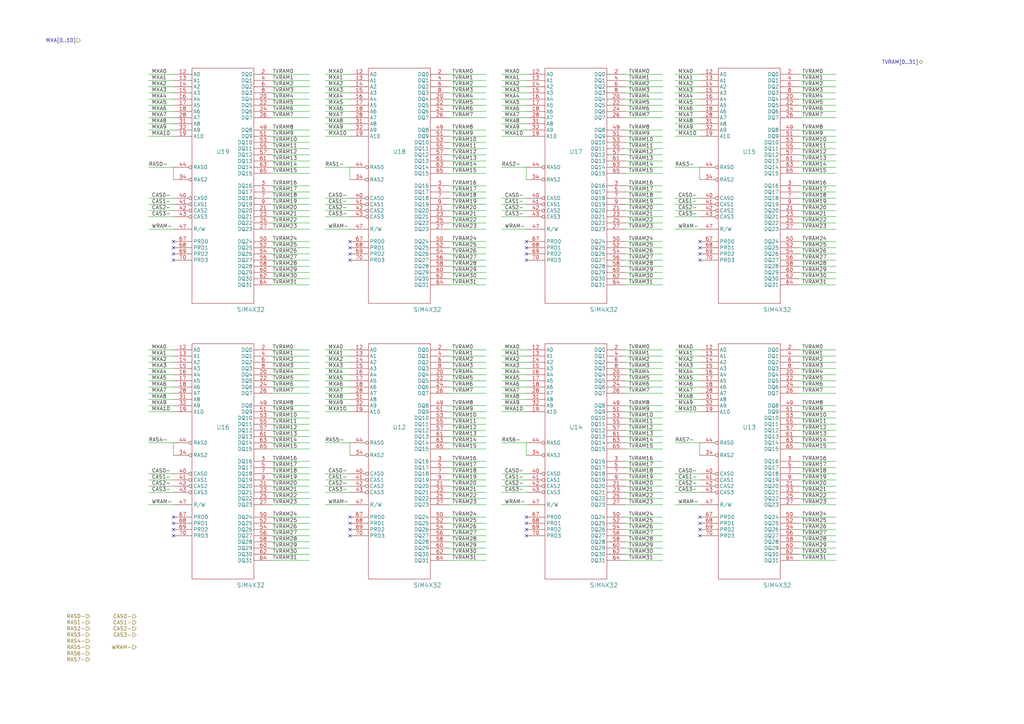
<source format=kicad_sch>
(kicad_sch (version 20200512) (host eeschema "(5.99.0-1722-g89c46e683-dirty)")
  (page 1 8)
  (paper "A3")
  (title_block (title "Kicad EDA") (date "Sun 22 Mar 2015") (rev "2.0B") (company "Kicad EDA") (comment 1 "Rams Video"))
  (no_connect (at 71.12 99.06))
  (no_connect (at 215.9 217.17))
  (no_connect (at 143.51 217.17))
  (no_connect (at 143.51 212.09))
  (no_connect (at 215.9 214.63))
  (no_connect (at 287.02 99.06))
  (no_connect (at 215.9 101.6))
  (no_connect (at 71.12 212.09))
  (no_connect (at 215.9 99.06))
  (no_connect (at 143.51 101.6))
  (no_connect (at 287.02 101.6))
  (no_connect (at 215.9 212.09))
  (no_connect (at 71.12 214.63))
  (no_connect (at 143.51 106.68))
  (no_connect (at 215.9 104.14))
  (no_connect (at 287.02 214.63))
  (no_connect (at 71.12 219.71))
  (no_connect (at 143.51 104.14))
  (no_connect (at 215.9 219.71))
  (no_connect (at 71.12 106.68))
  (no_connect (at 287.02 219.71))
  (no_connect (at 287.02 106.68))
  (no_connect (at 287.02 217.17))
  (no_connect (at 215.9 106.68))
  (no_connect (at 71.12 217.17))
  (no_connect (at 287.02 104.14))
  (no_connect (at 71.12 104.14))
  (no_connect (at 143.51 219.71))
  (no_connect (at 287.02 212.09))
  (no_connect (at 71.12 101.6))
  (no_connect (at 143.51 99.06))
  (no_connect (at 143.51 214.63))
  (wire (pts (xy 60.96 68.58) (xy 71.12 68.58)))
  (wire (pts (xy 60.96 181.61) (xy 71.12 181.61)))
  (wire (pts (xy 71.12 30.48) (xy 60.96 30.48)))
  (wire (pts (xy 71.12 33.02) (xy 60.96 33.02)))
  (wire (pts (xy 71.12 35.56) (xy 60.96 35.56)))
  (wire (pts (xy 71.12 38.1) (xy 60.96 38.1)))
  (wire (pts (xy 71.12 40.64) (xy 60.96 40.64)))
  (wire (pts (xy 71.12 43.18) (xy 60.96 43.18)))
  (wire (pts (xy 71.12 45.72) (xy 60.96 45.72)))
  (wire (pts (xy 71.12 48.26) (xy 60.96 48.26)))
  (wire (pts (xy 71.12 50.8) (xy 60.96 50.8)))
  (wire (pts (xy 71.12 53.34) (xy 60.96 53.34)))
  (wire (pts (xy 71.12 55.88) (xy 60.96 55.88)))
  (wire (pts (xy 71.12 68.58) (xy 71.12 73.66)))
  (wire (pts (xy 71.12 81.28) (xy 60.96 81.28)))
  (wire (pts (xy 71.12 83.82) (xy 60.96 83.82)))
  (wire (pts (xy 71.12 86.36) (xy 60.96 86.36)))
  (wire (pts (xy 71.12 88.9) (xy 60.96 88.9)))
  (wire (pts (xy 71.12 93.98) (xy 60.96 93.98)))
  (wire (pts (xy 71.12 143.51) (xy 60.96 143.51)))
  (wire (pts (xy 71.12 146.05) (xy 60.96 146.05)))
  (wire (pts (xy 71.12 148.59) (xy 60.96 148.59)))
  (wire (pts (xy 71.12 151.13) (xy 60.96 151.13)))
  (wire (pts (xy 71.12 153.67) (xy 60.96 153.67)))
  (wire (pts (xy 71.12 156.21) (xy 60.96 156.21)))
  (wire (pts (xy 71.12 158.75) (xy 60.96 158.75)))
  (wire (pts (xy 71.12 161.29) (xy 60.96 161.29)))
  (wire (pts (xy 71.12 163.83) (xy 60.96 163.83)))
  (wire (pts (xy 71.12 166.37) (xy 60.96 166.37)))
  (wire (pts (xy 71.12 168.91) (xy 60.96 168.91)))
  (wire (pts (xy 71.12 181.61) (xy 71.12 186.69)))
  (wire (pts (xy 71.12 194.31) (xy 60.96 194.31)))
  (wire (pts (xy 71.12 196.85) (xy 60.96 196.85)))
  (wire (pts (xy 71.12 199.39) (xy 60.96 199.39)))
  (wire (pts (xy 71.12 201.93) (xy 60.96 201.93)))
  (wire (pts (xy 71.12 207.01) (xy 60.96 207.01)))
  (wire (pts (xy 111.76 30.48) (xy 127 30.48)))
  (wire (pts (xy 111.76 33.02) (xy 127 33.02)))
  (wire (pts (xy 111.76 35.56) (xy 127 35.56)))
  (wire (pts (xy 111.76 38.1) (xy 127 38.1)))
  (wire (pts (xy 111.76 40.64) (xy 127 40.64)))
  (wire (pts (xy 111.76 43.18) (xy 127 43.18)))
  (wire (pts (xy 111.76 45.72) (xy 127 45.72)))
  (wire (pts (xy 111.76 48.26) (xy 127 48.26)))
  (wire (pts (xy 111.76 53.34) (xy 127 53.34)))
  (wire (pts (xy 111.76 55.88) (xy 127 55.88)))
  (wire (pts (xy 111.76 58.42) (xy 127 58.42)))
  (wire (pts (xy 111.76 60.96) (xy 127 60.96)))
  (wire (pts (xy 111.76 63.5) (xy 127 63.5)))
  (wire (pts (xy 111.76 66.04) (xy 127 66.04)))
  (wire (pts (xy 111.76 68.58) (xy 127 68.58)))
  (wire (pts (xy 111.76 71.12) (xy 127 71.12)))
  (wire (pts (xy 111.76 76.2) (xy 127 76.2)))
  (wire (pts (xy 111.76 78.74) (xy 127 78.74)))
  (wire (pts (xy 111.76 81.28) (xy 127 81.28)))
  (wire (pts (xy 111.76 83.82) (xy 127 83.82)))
  (wire (pts (xy 111.76 86.36) (xy 127 86.36)))
  (wire (pts (xy 111.76 88.9) (xy 127 88.9)))
  (wire (pts (xy 111.76 91.44) (xy 127 91.44)))
  (wire (pts (xy 111.76 93.98) (xy 127 93.98)))
  (wire (pts (xy 111.76 99.06) (xy 127 99.06)))
  (wire (pts (xy 111.76 101.6) (xy 127 101.6)))
  (wire (pts (xy 111.76 104.14) (xy 127 104.14)))
  (wire (pts (xy 111.76 106.68) (xy 127 106.68)))
  (wire (pts (xy 111.76 109.22) (xy 127 109.22)))
  (wire (pts (xy 111.76 111.76) (xy 127 111.76)))
  (wire (pts (xy 111.76 114.3) (xy 127 114.3)))
  (wire (pts (xy 111.76 116.84) (xy 127 116.84)))
  (wire (pts (xy 111.76 143.51) (xy 127 143.51)))
  (wire (pts (xy 111.76 146.05) (xy 127 146.05)))
  (wire (pts (xy 111.76 148.59) (xy 127 148.59)))
  (wire (pts (xy 111.76 151.13) (xy 127 151.13)))
  (wire (pts (xy 111.76 153.67) (xy 127 153.67)))
  (wire (pts (xy 111.76 156.21) (xy 127 156.21)))
  (wire (pts (xy 111.76 158.75) (xy 127 158.75)))
  (wire (pts (xy 111.76 161.29) (xy 127 161.29)))
  (wire (pts (xy 111.76 166.37) (xy 127 166.37)))
  (wire (pts (xy 111.76 168.91) (xy 127 168.91)))
  (wire (pts (xy 111.76 171.45) (xy 127 171.45)))
  (wire (pts (xy 111.76 173.99) (xy 127 173.99)))
  (wire (pts (xy 111.76 176.53) (xy 127 176.53)))
  (wire (pts (xy 111.76 179.07) (xy 127 179.07)))
  (wire (pts (xy 111.76 181.61) (xy 127 181.61)))
  (wire (pts (xy 111.76 184.15) (xy 127 184.15)))
  (wire (pts (xy 111.76 189.23) (xy 127 189.23)))
  (wire (pts (xy 111.76 191.77) (xy 127 191.77)))
  (wire (pts (xy 111.76 194.31) (xy 127 194.31)))
  (wire (pts (xy 111.76 196.85) (xy 127 196.85)))
  (wire (pts (xy 111.76 199.39) (xy 127 199.39)))
  (wire (pts (xy 111.76 201.93) (xy 127 201.93)))
  (wire (pts (xy 111.76 204.47) (xy 127 204.47)))
  (wire (pts (xy 111.76 207.01) (xy 127 207.01)))
  (wire (pts (xy 111.76 212.09) (xy 127 212.09)))
  (wire (pts (xy 111.76 214.63) (xy 127 214.63)))
  (wire (pts (xy 111.76 217.17) (xy 127 217.17)))
  (wire (pts (xy 111.76 219.71) (xy 127 219.71)))
  (wire (pts (xy 111.76 222.25) (xy 127 222.25)))
  (wire (pts (xy 111.76 224.79) (xy 127 224.79)))
  (wire (pts (xy 111.76 227.33) (xy 127 227.33)))
  (wire (pts (xy 111.76 229.87) (xy 127 229.87)))
  (wire (pts (xy 133.35 68.58) (xy 143.51 68.58)))
  (wire (pts (xy 133.35 181.61) (xy 143.51 181.61)))
  (wire (pts (xy 143.51 30.48) (xy 133.35 30.48)))
  (wire (pts (xy 143.51 33.02) (xy 133.35 33.02)))
  (wire (pts (xy 143.51 35.56) (xy 133.35 35.56)))
  (wire (pts (xy 143.51 38.1) (xy 133.35 38.1)))
  (wire (pts (xy 143.51 40.64) (xy 133.35 40.64)))
  (wire (pts (xy 143.51 43.18) (xy 133.35 43.18)))
  (wire (pts (xy 143.51 45.72) (xy 133.35 45.72)))
  (wire (pts (xy 143.51 48.26) (xy 133.35 48.26)))
  (wire (pts (xy 143.51 50.8) (xy 133.35 50.8)))
  (wire (pts (xy 143.51 53.34) (xy 133.35 53.34)))
  (wire (pts (xy 143.51 55.88) (xy 133.35 55.88)))
  (wire (pts (xy 143.51 68.58) (xy 143.51 73.66)))
  (wire (pts (xy 143.51 81.28) (xy 133.35 81.28)))
  (wire (pts (xy 143.51 83.82) (xy 133.35 83.82)))
  (wire (pts (xy 143.51 86.36) (xy 133.35 86.36)))
  (wire (pts (xy 143.51 88.9) (xy 133.35 88.9)))
  (wire (pts (xy 143.51 93.98) (xy 133.35 93.98)))
  (wire (pts (xy 143.51 143.51) (xy 133.35 143.51)))
  (wire (pts (xy 143.51 146.05) (xy 133.35 146.05)))
  (wire (pts (xy 143.51 148.59) (xy 133.35 148.59)))
  (wire (pts (xy 143.51 151.13) (xy 133.35 151.13)))
  (wire (pts (xy 143.51 153.67) (xy 133.35 153.67)))
  (wire (pts (xy 143.51 156.21) (xy 133.35 156.21)))
  (wire (pts (xy 143.51 158.75) (xy 133.35 158.75)))
  (wire (pts (xy 143.51 161.29) (xy 133.35 161.29)))
  (wire (pts (xy 143.51 163.83) (xy 133.35 163.83)))
  (wire (pts (xy 143.51 166.37) (xy 133.35 166.37)))
  (wire (pts (xy 143.51 168.91) (xy 133.35 168.91)))
  (wire (pts (xy 143.51 181.61) (xy 143.51 186.69)))
  (wire (pts (xy 143.51 194.31) (xy 133.35 194.31)))
  (wire (pts (xy 143.51 196.85) (xy 133.35 196.85)))
  (wire (pts (xy 143.51 199.39) (xy 133.35 199.39)))
  (wire (pts (xy 143.51 201.93) (xy 133.35 201.93)))
  (wire (pts (xy 143.51 207.01) (xy 133.35 207.01)))
  (wire (pts (xy 184.15 30.48) (xy 199.39 30.48)))
  (wire (pts (xy 184.15 33.02) (xy 199.39 33.02)))
  (wire (pts (xy 184.15 35.56) (xy 199.39 35.56)))
  (wire (pts (xy 184.15 38.1) (xy 199.39 38.1)))
  (wire (pts (xy 184.15 40.64) (xy 199.39 40.64)))
  (wire (pts (xy 184.15 43.18) (xy 199.39 43.18)))
  (wire (pts (xy 184.15 45.72) (xy 199.39 45.72)))
  (wire (pts (xy 184.15 48.26) (xy 199.39 48.26)))
  (wire (pts (xy 184.15 53.34) (xy 199.39 53.34)))
  (wire (pts (xy 184.15 55.88) (xy 199.39 55.88)))
  (wire (pts (xy 184.15 58.42) (xy 199.39 58.42)))
  (wire (pts (xy 184.15 60.96) (xy 199.39 60.96)))
  (wire (pts (xy 184.15 63.5) (xy 199.39 63.5)))
  (wire (pts (xy 184.15 66.04) (xy 199.39 66.04)))
  (wire (pts (xy 184.15 68.58) (xy 199.39 68.58)))
  (wire (pts (xy 184.15 71.12) (xy 199.39 71.12)))
  (wire (pts (xy 184.15 76.2) (xy 199.39 76.2)))
  (wire (pts (xy 184.15 78.74) (xy 199.39 78.74)))
  (wire (pts (xy 184.15 81.28) (xy 199.39 81.28)))
  (wire (pts (xy 184.15 83.82) (xy 199.39 83.82)))
  (wire (pts (xy 184.15 86.36) (xy 199.39 86.36)))
  (wire (pts (xy 184.15 88.9) (xy 199.39 88.9)))
  (wire (pts (xy 184.15 91.44) (xy 199.39 91.44)))
  (wire (pts (xy 184.15 93.98) (xy 199.39 93.98)))
  (wire (pts (xy 184.15 99.06) (xy 199.39 99.06)))
  (wire (pts (xy 184.15 101.6) (xy 199.39 101.6)))
  (wire (pts (xy 184.15 104.14) (xy 199.39 104.14)))
  (wire (pts (xy 184.15 106.68) (xy 199.39 106.68)))
  (wire (pts (xy 184.15 109.22) (xy 199.39 109.22)))
  (wire (pts (xy 184.15 111.76) (xy 199.39 111.76)))
  (wire (pts (xy 184.15 114.3) (xy 199.39 114.3)))
  (wire (pts (xy 184.15 116.84) (xy 199.39 116.84)))
  (wire (pts (xy 184.15 143.51) (xy 199.39 143.51)))
  (wire (pts (xy 184.15 146.05) (xy 199.39 146.05)))
  (wire (pts (xy 184.15 148.59) (xy 199.39 148.59)))
  (wire (pts (xy 184.15 151.13) (xy 199.39 151.13)))
  (wire (pts (xy 184.15 153.67) (xy 199.39 153.67)))
  (wire (pts (xy 184.15 156.21) (xy 199.39 156.21)))
  (wire (pts (xy 184.15 158.75) (xy 199.39 158.75)))
  (wire (pts (xy 184.15 161.29) (xy 199.39 161.29)))
  (wire (pts (xy 184.15 166.37) (xy 199.39 166.37)))
  (wire (pts (xy 184.15 168.91) (xy 199.39 168.91)))
  (wire (pts (xy 184.15 171.45) (xy 199.39 171.45)))
  (wire (pts (xy 184.15 173.99) (xy 199.39 173.99)))
  (wire (pts (xy 184.15 176.53) (xy 199.39 176.53)))
  (wire (pts (xy 184.15 179.07) (xy 199.39 179.07)))
  (wire (pts (xy 184.15 181.61) (xy 199.39 181.61)))
  (wire (pts (xy 184.15 184.15) (xy 199.39 184.15)))
  (wire (pts (xy 184.15 189.23) (xy 199.39 189.23)))
  (wire (pts (xy 184.15 191.77) (xy 199.39 191.77)))
  (wire (pts (xy 184.15 194.31) (xy 199.39 194.31)))
  (wire (pts (xy 184.15 196.85) (xy 199.39 196.85)))
  (wire (pts (xy 184.15 199.39) (xy 199.39 199.39)))
  (wire (pts (xy 184.15 201.93) (xy 199.39 201.93)))
  (wire (pts (xy 184.15 204.47) (xy 199.39 204.47)))
  (wire (pts (xy 184.15 207.01) (xy 199.39 207.01)))
  (wire (pts (xy 184.15 212.09) (xy 199.39 212.09)))
  (wire (pts (xy 184.15 214.63) (xy 199.39 214.63)))
  (wire (pts (xy 184.15 217.17) (xy 199.39 217.17)))
  (wire (pts (xy 184.15 219.71) (xy 199.39 219.71)))
  (wire (pts (xy 184.15 222.25) (xy 199.39 222.25)))
  (wire (pts (xy 184.15 224.79) (xy 199.39 224.79)))
  (wire (pts (xy 184.15 227.33) (xy 199.39 227.33)))
  (wire (pts (xy 184.15 229.87) (xy 199.39 229.87)))
  (wire (pts (xy 205.74 68.58) (xy 215.9 68.58)))
  (wire (pts (xy 205.74 181.61) (xy 215.9 181.61)))
  (wire (pts (xy 215.9 30.48) (xy 205.74 30.48)))
  (wire (pts (xy 215.9 33.02) (xy 205.74 33.02)))
  (wire (pts (xy 215.9 35.56) (xy 205.74 35.56)))
  (wire (pts (xy 215.9 38.1) (xy 205.74 38.1)))
  (wire (pts (xy 215.9 40.64) (xy 205.74 40.64)))
  (wire (pts (xy 215.9 43.18) (xy 205.74 43.18)))
  (wire (pts (xy 215.9 45.72) (xy 205.74 45.72)))
  (wire (pts (xy 215.9 48.26) (xy 205.74 48.26)))
  (wire (pts (xy 215.9 50.8) (xy 205.74 50.8)))
  (wire (pts (xy 215.9 53.34) (xy 205.74 53.34)))
  (wire (pts (xy 215.9 55.88) (xy 205.74 55.88)))
  (wire (pts (xy 215.9 68.58) (xy 215.9 73.66)))
  (wire (pts (xy 215.9 81.28) (xy 205.74 81.28)))
  (wire (pts (xy 215.9 83.82) (xy 205.74 83.82)))
  (wire (pts (xy 215.9 86.36) (xy 205.74 86.36)))
  (wire (pts (xy 215.9 88.9) (xy 205.74 88.9)))
  (wire (pts (xy 215.9 93.98) (xy 205.74 93.98)))
  (wire (pts (xy 215.9 143.51) (xy 205.74 143.51)))
  (wire (pts (xy 215.9 146.05) (xy 205.74 146.05)))
  (wire (pts (xy 215.9 148.59) (xy 205.74 148.59)))
  (wire (pts (xy 215.9 151.13) (xy 205.74 151.13)))
  (wire (pts (xy 215.9 153.67) (xy 205.74 153.67)))
  (wire (pts (xy 215.9 156.21) (xy 205.74 156.21)))
  (wire (pts (xy 215.9 158.75) (xy 205.74 158.75)))
  (wire (pts (xy 215.9 161.29) (xy 205.74 161.29)))
  (wire (pts (xy 215.9 163.83) (xy 205.74 163.83)))
  (wire (pts (xy 215.9 166.37) (xy 205.74 166.37)))
  (wire (pts (xy 215.9 168.91) (xy 205.74 168.91)))
  (wire (pts (xy 215.9 181.61) (xy 215.9 186.69)))
  (wire (pts (xy 215.9 194.31) (xy 205.74 194.31)))
  (wire (pts (xy 215.9 196.85) (xy 205.74 196.85)))
  (wire (pts (xy 215.9 199.39) (xy 205.74 199.39)))
  (wire (pts (xy 215.9 201.93) (xy 205.74 201.93)))
  (wire (pts (xy 215.9 207.01) (xy 205.74 207.01)))
  (wire (pts (xy 256.54 30.48) (xy 271.78 30.48)))
  (wire (pts (xy 256.54 33.02) (xy 271.78 33.02)))
  (wire (pts (xy 256.54 35.56) (xy 271.78 35.56)))
  (wire (pts (xy 256.54 38.1) (xy 271.78 38.1)))
  (wire (pts (xy 256.54 40.64) (xy 271.78 40.64)))
  (wire (pts (xy 256.54 43.18) (xy 271.78 43.18)))
  (wire (pts (xy 256.54 45.72) (xy 271.78 45.72)))
  (wire (pts (xy 256.54 48.26) (xy 271.78 48.26)))
  (wire (pts (xy 256.54 53.34) (xy 271.78 53.34)))
  (wire (pts (xy 256.54 55.88) (xy 271.78 55.88)))
  (wire (pts (xy 256.54 58.42) (xy 271.78 58.42)))
  (wire (pts (xy 256.54 60.96) (xy 271.78 60.96)))
  (wire (pts (xy 256.54 63.5) (xy 271.78 63.5)))
  (wire (pts (xy 256.54 66.04) (xy 271.78 66.04)))
  (wire (pts (xy 256.54 68.58) (xy 271.78 68.58)))
  (wire (pts (xy 256.54 71.12) (xy 271.78 71.12)))
  (wire (pts (xy 256.54 76.2) (xy 271.78 76.2)))
  (wire (pts (xy 256.54 78.74) (xy 271.78 78.74)))
  (wire (pts (xy 256.54 81.28) (xy 271.78 81.28)))
  (wire (pts (xy 256.54 83.82) (xy 271.78 83.82)))
  (wire (pts (xy 256.54 86.36) (xy 271.78 86.36)))
  (wire (pts (xy 256.54 88.9) (xy 271.78 88.9)))
  (wire (pts (xy 256.54 91.44) (xy 271.78 91.44)))
  (wire (pts (xy 256.54 93.98) (xy 271.78 93.98)))
  (wire (pts (xy 256.54 99.06) (xy 271.78 99.06)))
  (wire (pts (xy 256.54 101.6) (xy 271.78 101.6)))
  (wire (pts (xy 256.54 104.14) (xy 271.78 104.14)))
  (wire (pts (xy 256.54 106.68) (xy 271.78 106.68)))
  (wire (pts (xy 256.54 109.22) (xy 271.78 109.22)))
  (wire (pts (xy 256.54 111.76) (xy 271.78 111.76)))
  (wire (pts (xy 256.54 114.3) (xy 271.78 114.3)))
  (wire (pts (xy 256.54 116.84) (xy 271.78 116.84)))
  (wire (pts (xy 256.54 143.51) (xy 271.78 143.51)))
  (wire (pts (xy 256.54 146.05) (xy 271.78 146.05)))
  (wire (pts (xy 256.54 148.59) (xy 271.78 148.59)))
  (wire (pts (xy 256.54 151.13) (xy 271.78 151.13)))
  (wire (pts (xy 256.54 153.67) (xy 271.78 153.67)))
  (wire (pts (xy 256.54 156.21) (xy 271.78 156.21)))
  (wire (pts (xy 256.54 158.75) (xy 271.78 158.75)))
  (wire (pts (xy 256.54 161.29) (xy 271.78 161.29)))
  (wire (pts (xy 256.54 166.37) (xy 271.78 166.37)))
  (wire (pts (xy 256.54 168.91) (xy 271.78 168.91)))
  (wire (pts (xy 256.54 171.45) (xy 271.78 171.45)))
  (wire (pts (xy 256.54 173.99) (xy 271.78 173.99)))
  (wire (pts (xy 256.54 176.53) (xy 271.78 176.53)))
  (wire (pts (xy 256.54 179.07) (xy 271.78 179.07)))
  (wire (pts (xy 256.54 181.61) (xy 271.78 181.61)))
  (wire (pts (xy 256.54 184.15) (xy 271.78 184.15)))
  (wire (pts (xy 256.54 189.23) (xy 271.78 189.23)))
  (wire (pts (xy 256.54 191.77) (xy 271.78 191.77)))
  (wire (pts (xy 256.54 194.31) (xy 271.78 194.31)))
  (wire (pts (xy 256.54 196.85) (xy 271.78 196.85)))
  (wire (pts (xy 256.54 199.39) (xy 271.78 199.39)))
  (wire (pts (xy 256.54 201.93) (xy 271.78 201.93)))
  (wire (pts (xy 256.54 204.47) (xy 271.78 204.47)))
  (wire (pts (xy 256.54 207.01) (xy 271.78 207.01)))
  (wire (pts (xy 256.54 212.09) (xy 271.78 212.09)))
  (wire (pts (xy 256.54 214.63) (xy 271.78 214.63)))
  (wire (pts (xy 256.54 217.17) (xy 271.78 217.17)))
  (wire (pts (xy 256.54 219.71) (xy 271.78 219.71)))
  (wire (pts (xy 256.54 222.25) (xy 271.78 222.25)))
  (wire (pts (xy 256.54 224.79) (xy 271.78 224.79)))
  (wire (pts (xy 256.54 227.33) (xy 271.78 227.33)))
  (wire (pts (xy 256.54 229.87) (xy 271.78 229.87)))
  (wire (pts (xy 276.86 68.58) (xy 287.02 68.58)))
  (wire (pts (xy 276.86 181.61) (xy 287.02 181.61)))
  (wire (pts (xy 287.02 30.48) (xy 276.86 30.48)))
  (wire (pts (xy 287.02 33.02) (xy 276.86 33.02)))
  (wire (pts (xy 287.02 35.56) (xy 276.86 35.56)))
  (wire (pts (xy 287.02 38.1) (xy 276.86 38.1)))
  (wire (pts (xy 287.02 40.64) (xy 276.86 40.64)))
  (wire (pts (xy 287.02 43.18) (xy 276.86 43.18)))
  (wire (pts (xy 287.02 45.72) (xy 276.86 45.72)))
  (wire (pts (xy 287.02 48.26) (xy 276.86 48.26)))
  (wire (pts (xy 287.02 50.8) (xy 276.86 50.8)))
  (wire (pts (xy 287.02 53.34) (xy 276.86 53.34)))
  (wire (pts (xy 287.02 55.88) (xy 276.86 55.88)))
  (wire (pts (xy 287.02 68.58) (xy 287.02 73.66)))
  (wire (pts (xy 287.02 81.28) (xy 276.86 81.28)))
  (wire (pts (xy 287.02 83.82) (xy 276.86 83.82)))
  (wire (pts (xy 287.02 86.36) (xy 276.86 86.36)))
  (wire (pts (xy 287.02 88.9) (xy 276.86 88.9)))
  (wire (pts (xy 287.02 93.98) (xy 276.86 93.98)))
  (wire (pts (xy 287.02 143.51) (xy 276.86 143.51)))
  (wire (pts (xy 287.02 146.05) (xy 276.86 146.05)))
  (wire (pts (xy 287.02 148.59) (xy 276.86 148.59)))
  (wire (pts (xy 287.02 151.13) (xy 276.86 151.13)))
  (wire (pts (xy 287.02 153.67) (xy 276.86 153.67)))
  (wire (pts (xy 287.02 156.21) (xy 276.86 156.21)))
  (wire (pts (xy 287.02 158.75) (xy 276.86 158.75)))
  (wire (pts (xy 287.02 161.29) (xy 276.86 161.29)))
  (wire (pts (xy 287.02 163.83) (xy 276.86 163.83)))
  (wire (pts (xy 287.02 166.37) (xy 276.86 166.37)))
  (wire (pts (xy 287.02 168.91) (xy 276.86 168.91)))
  (wire (pts (xy 287.02 181.61) (xy 287.02 186.69)))
  (wire (pts (xy 287.02 194.31) (xy 276.86 194.31)))
  (wire (pts (xy 287.02 196.85) (xy 276.86 196.85)))
  (wire (pts (xy 287.02 199.39) (xy 276.86 199.39)))
  (wire (pts (xy 287.02 201.93) (xy 276.86 201.93)))
  (wire (pts (xy 287.02 207.01) (xy 276.86 207.01)))
  (wire (pts (xy 327.66 30.48) (xy 342.9 30.48)))
  (wire (pts (xy 327.66 33.02) (xy 342.9 33.02)))
  (wire (pts (xy 327.66 35.56) (xy 342.9 35.56)))
  (wire (pts (xy 327.66 38.1) (xy 342.9 38.1)))
  (wire (pts (xy 327.66 40.64) (xy 342.9 40.64)))
  (wire (pts (xy 327.66 43.18) (xy 342.9 43.18)))
  (wire (pts (xy 327.66 45.72) (xy 342.9 45.72)))
  (wire (pts (xy 327.66 48.26) (xy 342.9 48.26)))
  (wire (pts (xy 327.66 53.34) (xy 342.9 53.34)))
  (wire (pts (xy 327.66 55.88) (xy 342.9 55.88)))
  (wire (pts (xy 327.66 58.42) (xy 342.9 58.42)))
  (wire (pts (xy 327.66 60.96) (xy 342.9 60.96)))
  (wire (pts (xy 327.66 63.5) (xy 342.9 63.5)))
  (wire (pts (xy 327.66 66.04) (xy 342.9 66.04)))
  (wire (pts (xy 327.66 68.58) (xy 342.9 68.58)))
  (wire (pts (xy 327.66 71.12) (xy 342.9 71.12)))
  (wire (pts (xy 327.66 76.2) (xy 342.9 76.2)))
  (wire (pts (xy 327.66 78.74) (xy 342.9 78.74)))
  (wire (pts (xy 327.66 81.28) (xy 342.9 81.28)))
  (wire (pts (xy 327.66 83.82) (xy 342.9 83.82)))
  (wire (pts (xy 327.66 86.36) (xy 342.9 86.36)))
  (wire (pts (xy 327.66 88.9) (xy 342.9 88.9)))
  (wire (pts (xy 327.66 91.44) (xy 342.9 91.44)))
  (wire (pts (xy 327.66 93.98) (xy 342.9 93.98)))
  (wire (pts (xy 327.66 99.06) (xy 342.9 99.06)))
  (wire (pts (xy 327.66 101.6) (xy 342.9 101.6)))
  (wire (pts (xy 327.66 104.14) (xy 342.9 104.14)))
  (wire (pts (xy 327.66 106.68) (xy 342.9 106.68)))
  (wire (pts (xy 327.66 109.22) (xy 342.9 109.22)))
  (wire (pts (xy 327.66 111.76) (xy 342.9 111.76)))
  (wire (pts (xy 327.66 114.3) (xy 342.9 114.3)))
  (wire (pts (xy 327.66 116.84) (xy 342.9 116.84)))
  (wire (pts (xy 327.66 143.51) (xy 342.9 143.51)))
  (wire (pts (xy 327.66 146.05) (xy 342.9 146.05)))
  (wire (pts (xy 327.66 148.59) (xy 342.9 148.59)))
  (wire (pts (xy 327.66 151.13) (xy 342.9 151.13)))
  (wire (pts (xy 327.66 153.67) (xy 342.9 153.67)))
  (wire (pts (xy 327.66 156.21) (xy 342.9 156.21)))
  (wire (pts (xy 327.66 158.75) (xy 342.9 158.75)))
  (wire (pts (xy 327.66 161.29) (xy 342.9 161.29)))
  (wire (pts (xy 327.66 166.37) (xy 342.9 166.37)))
  (wire (pts (xy 327.66 168.91) (xy 342.9 168.91)))
  (wire (pts (xy 327.66 171.45) (xy 342.9 171.45)))
  (wire (pts (xy 327.66 173.99) (xy 342.9 173.99)))
  (wire (pts (xy 327.66 176.53) (xy 342.9 176.53)))
  (wire (pts (xy 327.66 179.07) (xy 342.9 179.07)))
  (wire (pts (xy 327.66 181.61) (xy 342.9 181.61)))
  (wire (pts (xy 327.66 184.15) (xy 342.9 184.15)))
  (wire (pts (xy 327.66 189.23) (xy 342.9 189.23)))
  (wire (pts (xy 327.66 191.77) (xy 342.9 191.77)))
  (wire (pts (xy 327.66 194.31) (xy 342.9 194.31)))
  (wire (pts (xy 327.66 196.85) (xy 342.9 196.85)))
  (wire (pts (xy 327.66 199.39) (xy 342.9 199.39)))
  (wire (pts (xy 327.66 201.93) (xy 342.9 201.93)))
  (wire (pts (xy 327.66 204.47) (xy 342.9 204.47)))
  (wire (pts (xy 327.66 207.01) (xy 342.9 207.01)))
  (wire (pts (xy 327.66 212.09) (xy 342.9 212.09)))
  (wire (pts (xy 327.66 214.63) (xy 342.9 214.63)))
  (wire (pts (xy 327.66 217.17) (xy 342.9 217.17)))
  (wire (pts (xy 327.66 219.71) (xy 342.9 219.71)))
  (wire (pts (xy 327.66 222.25) (xy 342.9 222.25)))
  (wire (pts (xy 327.66 224.79) (xy 342.9 224.79)))
  (wire (pts (xy 327.66 227.33) (xy 342.9 227.33)))
  (wire (pts (xy 327.66 229.87) (xy 342.9 229.87)))
  (label "RAS0-" (at 60.96 68.58 0) (effects (font (size 1.524 1.524))))
  (label "RAS4-" (at 60.96 181.61 0) (effects (font (size 1.524 1.524))))
  (label "MXA0" (at 62.23 30.48 0) (effects (font (size 1.524 1.524))))
  (label "MXA1" (at 62.23 33.02 0) (effects (font (size 1.524 1.524))))
  (label "MXA2" (at 62.23 35.56 0) (effects (font (size 1.524 1.524))))
  (label "MXA3" (at 62.23 38.1 0) (effects (font (size 1.524 1.524))))
  (label "MXA4" (at 62.23 40.64 0) (effects (font (size 1.524 1.524))))
  (label "MXA5" (at 62.23 43.18 0) (effects (font (size 1.524 1.524))))
  (label "MXA6" (at 62.23 45.72 0) (effects (font (size 1.524 1.524))))
  (label "MXA7" (at 62.23 48.26 0) (effects (font (size 1.524 1.524))))
  (label "MXA8" (at 62.23 50.8 0) (effects (font (size 1.524 1.524))))
  (label "MXA9" (at 62.23 53.34 0) (effects (font (size 1.524 1.524))))
  (label "MXA10" (at 62.23 55.88 0) (effects (font (size 1.524 1.524))))
  (label "CAS0-" (at 62.23 81.28 0) (effects (font (size 1.524 1.524))))
  (label "CAS1-" (at 62.23 83.82 0) (effects (font (size 1.524 1.524))))
  (label "CAS2-" (at 62.23 86.36 0) (effects (font (size 1.524 1.524))))
  (label "CAS3-" (at 62.23 88.9 0) (effects (font (size 1.524 1.524))))
  (label "WRAM-" (at 62.23 93.98 0) (effects (font (size 1.524 1.524))))
  (label "MXA0" (at 62.23 143.51 0) (effects (font (size 1.524 1.524))))
  (label "MXA1" (at 62.23 146.05 0) (effects (font (size 1.524 1.524))))
  (label "MXA2" (at 62.23 148.59 0) (effects (font (size 1.524 1.524))))
  (label "MXA3" (at 62.23 151.13 0) (effects (font (size 1.524 1.524))))
  (label "MXA4" (at 62.23 153.67 0) (effects (font (size 1.524 1.524))))
  (label "MXA5" (at 62.23 156.21 0) (effects (font (size 1.524 1.524))))
  (label "MXA6" (at 62.23 158.75 0) (effects (font (size 1.524 1.524))))
  (label "MXA7" (at 62.23 161.29 0) (effects (font (size 1.524 1.524))))
  (label "MXA8" (at 62.23 163.83 0) (effects (font (size 1.524 1.524))))
  (label "MXA9" (at 62.23 166.37 0) (effects (font (size 1.524 1.524))))
  (label "MXA10" (at 62.23 168.91 0) (effects (font (size 1.524 1.524))))
  (label "CAS0-" (at 62.23 194.31 0) (effects (font (size 1.524 1.524))))
  (label "CAS1-" (at 62.23 196.85 0) (effects (font (size 1.524 1.524))))
  (label "CAS2-" (at 62.23 199.39 0) (effects (font (size 1.524 1.524))))
  (label "CAS3-" (at 62.23 201.93 0) (effects (font (size 1.524 1.524))))
  (label "WRAM-" (at 62.23 207.01 0) (effects (font (size 1.524 1.524))))
  (label "TVRAM0" (at 111.76 30.48 0) (effects (font (size 1.524 1.524))))
  (label "TVRAM1" (at 111.76 33.02 0) (effects (font (size 1.524 1.524))))
  (label "TVRAM2" (at 111.76 35.56 0) (effects (font (size 1.524 1.524))))
  (label "TVRAM3" (at 111.76 38.1 0) (effects (font (size 1.524 1.524))))
  (label "TVRAM4" (at 111.76 40.64 0) (effects (font (size 1.524 1.524))))
  (label "TVRAM5" (at 111.76 43.18 0) (effects (font (size 1.524 1.524))))
  (label "TVRAM6" (at 111.76 45.72 0) (effects (font (size 1.524 1.524))))
  (label "TVRAM7" (at 111.76 48.26 0) (effects (font (size 1.524 1.524))))
  (label "TVRAM8" (at 111.76 53.34 0) (effects (font (size 1.524 1.524))))
  (label "TVRAM9" (at 111.76 55.88 0) (effects (font (size 1.524 1.524))))
  (label "TVRAM10" (at 111.76 58.42 0) (effects (font (size 1.524 1.524))))
  (label "TVRAM11" (at 111.76 60.96 0) (effects (font (size 1.524 1.524))))
  (label "TVRAM12" (at 111.76 63.5 0) (effects (font (size 1.524 1.524))))
  (label "TVRAM13" (at 111.76 66.04 0) (effects (font (size 1.524 1.524))))
  (label "TVRAM14" (at 111.76 68.58 0) (effects (font (size 1.524 1.524))))
  (label "TVRAM15" (at 111.76 71.12 0) (effects (font (size 1.524 1.524))))
  (label "TVRAM16" (at 111.76 76.2 0) (effects (font (size 1.524 1.524))))
  (label "TVRAM17" (at 111.76 78.74 0) (effects (font (size 1.524 1.524))))
  (label "TVRAM18" (at 111.76 81.28 0) (effects (font (size 1.524 1.524))))
  (label "TVRAM19" (at 111.76 83.82 0) (effects (font (size 1.524 1.524))))
  (label "TVRAM20" (at 111.76 86.36 0) (effects (font (size 1.524 1.524))))
  (label "TVRAM21" (at 111.76 88.9 0) (effects (font (size 1.524 1.524))))
  (label "TVRAM22" (at 111.76 91.44 0) (effects (font (size 1.524 1.524))))
  (label "TVRAM23" (at 111.76 93.98 0) (effects (font (size 1.524 1.524))))
  (label "TVRAM24" (at 111.76 99.06 0) (effects (font (size 1.524 1.524))))
  (label "TVRAM25" (at 111.76 101.6 0) (effects (font (size 1.524 1.524))))
  (label "TVRAM26" (at 111.76 104.14 0) (effects (font (size 1.524 1.524))))
  (label "TVRAM27" (at 111.76 106.68 0) (effects (font (size 1.524 1.524))))
  (label "TVRAM28" (at 111.76 109.22 0) (effects (font (size 1.524 1.524))))
  (label "TVRAM29" (at 111.76 111.76 0) (effects (font (size 1.524 1.524))))
  (label "TVRAM30" (at 111.76 114.3 0) (effects (font (size 1.524 1.524))))
  (label "TVRAM31" (at 111.76 116.84 0) (effects (font (size 1.524 1.524))))
  (label "TVRAM0" (at 111.76 143.51 0) (effects (font (size 1.524 1.524))))
  (label "TVRAM1" (at 111.76 146.05 0) (effects (font (size 1.524 1.524))))
  (label "TVRAM2" (at 111.76 148.59 0) (effects (font (size 1.524 1.524))))
  (label "TVRAM3" (at 111.76 151.13 0) (effects (font (size 1.524 1.524))))
  (label "TVRAM4" (at 111.76 153.67 0) (effects (font (size 1.524 1.524))))
  (label "TVRAM5" (at 111.76 156.21 0) (effects (font (size 1.524 1.524))))
  (label "TVRAM6" (at 111.76 158.75 0) (effects (font (size 1.524 1.524))))
  (label "TVRAM7" (at 111.76 161.29 0) (effects (font (size 1.524 1.524))))
  (label "TVRAM8" (at 111.76 166.37 0) (effects (font (size 1.524 1.524))))
  (label "TVRAM9" (at 111.76 168.91 0) (effects (font (size 1.524 1.524))))
  (label "TVRAM10" (at 111.76 171.45 0) (effects (font (size 1.524 1.524))))
  (label "TVRAM11" (at 111.76 173.99 0) (effects (font (size 1.524 1.524))))
  (label "TVRAM12" (at 111.76 176.53 0) (effects (font (size 1.524 1.524))))
  (label "TVRAM13" (at 111.76 179.07 0) (effects (font (size 1.524 1.524))))
  (label "TVRAM14" (at 111.76 181.61 0) (effects (font (size 1.524 1.524))))
  (label "TVRAM15" (at 111.76 184.15 0) (effects (font (size 1.524 1.524))))
  (label "TVRAM16" (at 111.76 189.23 0) (effects (font (size 1.524 1.524))))
  (label "TVRAM17" (at 111.76 191.77 0) (effects (font (size 1.524 1.524))))
  (label "TVRAM18" (at 111.76 194.31 0) (effects (font (size 1.524 1.524))))
  (label "TVRAM19" (at 111.76 196.85 0) (effects (font (size 1.524 1.524))))
  (label "TVRAM20" (at 111.76 199.39 0) (effects (font (size 1.524 1.524))))
  (label "TVRAM21" (at 111.76 201.93 0) (effects (font (size 1.524 1.524))))
  (label "TVRAM22" (at 111.76 204.47 0) (effects (font (size 1.524 1.524))))
  (label "TVRAM23" (at 111.76 207.01 0) (effects (font (size 1.524 1.524))))
  (label "TVRAM24" (at 111.76 212.09 0) (effects (font (size 1.524 1.524))))
  (label "TVRAM25" (at 111.76 214.63 0) (effects (font (size 1.524 1.524))))
  (label "TVRAM26" (at 111.76 217.17 0) (effects (font (size 1.524 1.524))))
  (label "TVRAM27" (at 111.76 219.71 0) (effects (font (size 1.524 1.524))))
  (label "TVRAM28" (at 111.76 222.25 0) (effects (font (size 1.524 1.524))))
  (label "TVRAM29" (at 111.76 224.79 0) (effects (font (size 1.524 1.524))))
  (label "TVRAM30" (at 111.76 227.33 0) (effects (font (size 1.524 1.524))))
  (label "TVRAM31" (at 111.76 229.87 0) (effects (font (size 1.524 1.524))))
  (label "RAS1-" (at 133.35 68.58 0) (effects (font (size 1.524 1.524))))
  (label "RAS5-" (at 133.35 181.61 0) (effects (font (size 1.524 1.524))))
  (label "MXA0" (at 134.62 30.48 0) (effects (font (size 1.524 1.524))))
  (label "MXA1" (at 134.62 33.02 0) (effects (font (size 1.524 1.524))))
  (label "MXA2" (at 134.62 35.56 0) (effects (font (size 1.524 1.524))))
  (label "MXA3" (at 134.62 38.1 0) (effects (font (size 1.524 1.524))))
  (label "MXA4" (at 134.62 40.64 0) (effects (font (size 1.524 1.524))))
  (label "MXA5" (at 134.62 43.18 0) (effects (font (size 1.524 1.524))))
  (label "MXA6" (at 134.62 45.72 0) (effects (font (size 1.524 1.524))))
  (label "MXA7" (at 134.62 48.26 0) (effects (font (size 1.524 1.524))))
  (label "MXA8" (at 134.62 50.8 0) (effects (font (size 1.524 1.524))))
  (label "MXA9" (at 134.62 53.34 0) (effects (font (size 1.524 1.524))))
  (label "MXA10" (at 134.62 55.88 0) (effects (font (size 1.524 1.524))))
  (label "CAS0-" (at 134.62 81.28 0) (effects (font (size 1.524 1.524))))
  (label "CAS1-" (at 134.62 83.82 0) (effects (font (size 1.524 1.524))))
  (label "CAS2-" (at 134.62 86.36 0) (effects (font (size 1.524 1.524))))
  (label "CAS3-" (at 134.62 88.9 0) (effects (font (size 1.524 1.524))))
  (label "WRAM-" (at 134.62 93.98 0) (effects (font (size 1.524 1.524))))
  (label "MXA0" (at 134.62 143.51 0) (effects (font (size 1.524 1.524))))
  (label "MXA1" (at 134.62 146.05 0) (effects (font (size 1.524 1.524))))
  (label "MXA2" (at 134.62 148.59 0) (effects (font (size 1.524 1.524))))
  (label "MXA3" (at 134.62 151.13 0) (effects (font (size 1.524 1.524))))
  (label "MXA4" (at 134.62 153.67 0) (effects (font (size 1.524 1.524))))
  (label "MXA5" (at 134.62 156.21 0) (effects (font (size 1.524 1.524))))
  (label "MXA6" (at 134.62 158.75 0) (effects (font (size 1.524 1.524))))
  (label "MXA7" (at 134.62 161.29 0) (effects (font (size 1.524 1.524))))
  (label "MXA8" (at 134.62 163.83 0) (effects (font (size 1.524 1.524))))
  (label "MXA9" (at 134.62 166.37 0) (effects (font (size 1.524 1.524))))
  (label "MXA10" (at 134.62 168.91 0) (effects (font (size 1.524 1.524))))
  (label "CAS0-" (at 134.62 194.31 0) (effects (font (size 1.524 1.524))))
  (label "CAS1-" (at 134.62 196.85 0) (effects (font (size 1.524 1.524))))
  (label "CAS2-" (at 134.62 199.39 0) (effects (font (size 1.524 1.524))))
  (label "CAS3-" (at 134.62 201.93 0) (effects (font (size 1.524 1.524))))
  (label "WRAM-" (at 134.62 207.01 0) (effects (font (size 1.524 1.524))))
  (label "TVRAM0" (at 185.42 30.48 0) (effects (font (size 1.524 1.524))))
  (label "TVRAM1" (at 185.42 33.02 0) (effects (font (size 1.524 1.524))))
  (label "TVRAM2" (at 185.42 35.56 0) (effects (font (size 1.524 1.524))))
  (label "TVRAM3" (at 185.42 38.1 0) (effects (font (size 1.524 1.524))))
  (label "TVRAM4" (at 185.42 40.64 0) (effects (font (size 1.524 1.524))))
  (label "TVRAM5" (at 185.42 43.18 0) (effects (font (size 1.524 1.524))))
  (label "TVRAM6" (at 185.42 45.72 0) (effects (font (size 1.524 1.524))))
  (label "TVRAM7" (at 185.42 48.26 0) (effects (font (size 1.524 1.524))))
  (label "TVRAM8" (at 185.42 53.34 0) (effects (font (size 1.524 1.524))))
  (label "TVRAM9" (at 185.42 55.88 0) (effects (font (size 1.524 1.524))))
  (label "TVRAM10" (at 185.42 58.42 0) (effects (font (size 1.524 1.524))))
  (label "TVRAM11" (at 185.42 60.96 0) (effects (font (size 1.524 1.524))))
  (label "TVRAM12" (at 185.42 63.5 0) (effects (font (size 1.524 1.524))))
  (label "TVRAM13" (at 185.42 66.04 0) (effects (font (size 1.524 1.524))))
  (label "TVRAM14" (at 185.42 68.58 0) (effects (font (size 1.524 1.524))))
  (label "TVRAM15" (at 185.42 71.12 0) (effects (font (size 1.524 1.524))))
  (label "TVRAM16" (at 185.42 76.2 0) (effects (font (size 1.524 1.524))))
  (label "TVRAM17" (at 185.42 78.74 0) (effects (font (size 1.524 1.524))))
  (label "TVRAM18" (at 185.42 81.28 0) (effects (font (size 1.524 1.524))))
  (label "TVRAM19" (at 185.42 83.82 0) (effects (font (size 1.524 1.524))))
  (label "TVRAM20" (at 185.42 86.36 0) (effects (font (size 1.524 1.524))))
  (label "TVRAM21" (at 185.42 88.9 0) (effects (font (size 1.524 1.524))))
  (label "TVRAM22" (at 185.42 91.44 0) (effects (font (size 1.524 1.524))))
  (label "TVRAM23" (at 185.42 93.98 0) (effects (font (size 1.524 1.524))))
  (label "TVRAM24" (at 185.42 99.06 0) (effects (font (size 1.524 1.524))))
  (label "TVRAM25" (at 185.42 101.6 0) (effects (font (size 1.524 1.524))))
  (label "TVRAM26" (at 185.42 104.14 0) (effects (font (size 1.524 1.524))))
  (label "TVRAM27" (at 185.42 106.68 0) (effects (font (size 1.524 1.524))))
  (label "TVRAM28" (at 185.42 109.22 0) (effects (font (size 1.524 1.524))))
  (label "TVRAM29" (at 185.42 111.76 0) (effects (font (size 1.524 1.524))))
  (label "TVRAM30" (at 185.42 114.3 0) (effects (font (size 1.524 1.524))))
  (label "TVRAM31" (at 185.42 116.84 0) (effects (font (size 1.524 1.524))))
  (label "TVRAM0" (at 185.42 143.51 0) (effects (font (size 1.524 1.524))))
  (label "TVRAM1" (at 185.42 146.05 0) (effects (font (size 1.524 1.524))))
  (label "TVRAM2" (at 185.42 148.59 0) (effects (font (size 1.524 1.524))))
  (label "TVRAM3" (at 185.42 151.13 0) (effects (font (size 1.524 1.524))))
  (label "TVRAM4" (at 185.42 153.67 0) (effects (font (size 1.524 1.524))))
  (label "TVRAM5" (at 185.42 156.21 0) (effects (font (size 1.524 1.524))))
  (label "TVRAM6" (at 185.42 158.75 0) (effects (font (size 1.524 1.524))))
  (label "TVRAM7" (at 185.42 161.29 0) (effects (font (size 1.524 1.524))))
  (label "TVRAM8" (at 185.42 166.37 0) (effects (font (size 1.524 1.524))))
  (label "TVRAM9" (at 185.42 168.91 0) (effects (font (size 1.524 1.524))))
  (label "TVRAM10" (at 185.42 171.45 0) (effects (font (size 1.524 1.524))))
  (label "TVRAM11" (at 185.42 173.99 0) (effects (font (size 1.524 1.524))))
  (label "TVRAM12" (at 185.42 176.53 0) (effects (font (size 1.524 1.524))))
  (label "TVRAM13" (at 185.42 179.07 0) (effects (font (size 1.524 1.524))))
  (label "TVRAM14" (at 185.42 181.61 0) (effects (font (size 1.524 1.524))))
  (label "TVRAM15" (at 185.42 184.15 0) (effects (font (size 1.524 1.524))))
  (label "TVRAM16" (at 185.42 189.23 0) (effects (font (size 1.524 1.524))))
  (label "TVRAM17" (at 185.42 191.77 0) (effects (font (size 1.524 1.524))))
  (label "TVRAM18" (at 185.42 194.31 0) (effects (font (size 1.524 1.524))))
  (label "TVRAM19" (at 185.42 196.85 0) (effects (font (size 1.524 1.524))))
  (label "TVRAM20" (at 185.42 199.39 0) (effects (font (size 1.524 1.524))))
  (label "TVRAM21" (at 185.42 201.93 0) (effects (font (size 1.524 1.524))))
  (label "TVRAM22" (at 185.42 204.47 0) (effects (font (size 1.524 1.524))))
  (label "TVRAM23" (at 185.42 207.01 0) (effects (font (size 1.524 1.524))))
  (label "TVRAM24" (at 185.42 212.09 0) (effects (font (size 1.524 1.524))))
  (label "TVRAM25" (at 185.42 214.63 0) (effects (font (size 1.524 1.524))))
  (label "TVRAM26" (at 185.42 217.17 0) (effects (font (size 1.524 1.524))))
  (label "TVRAM27" (at 185.42 219.71 0) (effects (font (size 1.524 1.524))))
  (label "TVRAM28" (at 185.42 222.25 0) (effects (font (size 1.524 1.524))))
  (label "TVRAM29" (at 185.42 224.79 0) (effects (font (size 1.524 1.524))))
  (label "TVRAM30" (at 185.42 227.33 0) (effects (font (size 1.524 1.524))))
  (label "TVRAM31" (at 185.42 229.87 0) (effects (font (size 1.524 1.524))))
  (label "RAS2-" (at 205.74 68.58 0) (effects (font (size 1.524 1.524))))
  (label "RAS6-" (at 205.74 181.61 0) (effects (font (size 1.524 1.524))))
  (label "MXA0" (at 207.01 30.48 0) (effects (font (size 1.524 1.524))))
  (label "MXA1" (at 207.01 33.02 0) (effects (font (size 1.524 1.524))))
  (label "MXA2" (at 207.01 35.56 0) (effects (font (size 1.524 1.524))))
  (label "MXA3" (at 207.01 38.1 0) (effects (font (size 1.524 1.524))))
  (label "MXA4" (at 207.01 40.64 0) (effects (font (size 1.524 1.524))))
  (label "MXA5" (at 207.01 43.18 0) (effects (font (size 1.524 1.524))))
  (label "MXA6" (at 207.01 45.72 0) (effects (font (size 1.524 1.524))))
  (label "MXA7" (at 207.01 48.26 0) (effects (font (size 1.524 1.524))))
  (label "MXA8" (at 207.01 50.8 0) (effects (font (size 1.524 1.524))))
  (label "MXA9" (at 207.01 53.34 0) (effects (font (size 1.524 1.524))))
  (label "MXA10" (at 207.01 55.88 0) (effects (font (size 1.524 1.524))))
  (label "CAS0-" (at 207.01 81.28 0) (effects (font (size 1.524 1.524))))
  (label "CAS1-" (at 207.01 83.82 0) (effects (font (size 1.524 1.524))))
  (label "CAS2-" (at 207.01 86.36 0) (effects (font (size 1.524 1.524))))
  (label "CAS3-" (at 207.01 88.9 0) (effects (font (size 1.524 1.524))))
  (label "WRAM-" (at 207.01 93.98 0) (effects (font (size 1.524 1.524))))
  (label "MXA0" (at 207.01 143.51 0) (effects (font (size 1.524 1.524))))
  (label "MXA1" (at 207.01 146.05 0) (effects (font (size 1.524 1.524))))
  (label "MXA2" (at 207.01 148.59 0) (effects (font (size 1.524 1.524))))
  (label "MXA3" (at 207.01 151.13 0) (effects (font (size 1.524 1.524))))
  (label "MXA4" (at 207.01 153.67 0) (effects (font (size 1.524 1.524))))
  (label "MXA5" (at 207.01 156.21 0) (effects (font (size 1.524 1.524))))
  (label "MXA6" (at 207.01 158.75 0) (effects (font (size 1.524 1.524))))
  (label "MXA7" (at 207.01 161.29 0) (effects (font (size 1.524 1.524))))
  (label "MXA8" (at 207.01 163.83 0) (effects (font (size 1.524 1.524))))
  (label "MXA9" (at 207.01 166.37 0) (effects (font (size 1.524 1.524))))
  (label "MXA10" (at 207.01 168.91 0) (effects (font (size 1.524 1.524))))
  (label "CAS0-" (at 207.01 194.31 0) (effects (font (size 1.524 1.524))))
  (label "CAS1-" (at 207.01 196.85 0) (effects (font (size 1.524 1.524))))
  (label "CAS2-" (at 207.01 199.39 0) (effects (font (size 1.524 1.524))))
  (label "CAS3-" (at 207.01 201.93 0) (effects (font (size 1.524 1.524))))
  (label "WRAM-" (at 207.01 207.01 0) (effects (font (size 1.524 1.524))))
  (label "TVRAM0" (at 257.81 30.48 0) (effects (font (size 1.524 1.524))))
  (label "TVRAM1" (at 257.81 33.02 0) (effects (font (size 1.524 1.524))))
  (label "TVRAM2" (at 257.81 35.56 0) (effects (font (size 1.524 1.524))))
  (label "TVRAM3" (at 257.81 38.1 0) (effects (font (size 1.524 1.524))))
  (label "TVRAM4" (at 257.81 40.64 0) (effects (font (size 1.524 1.524))))
  (label "TVRAM5" (at 257.81 43.18 0) (effects (font (size 1.524 1.524))))
  (label "TVRAM6" (at 257.81 45.72 0) (effects (font (size 1.524 1.524))))
  (label "TVRAM7" (at 257.81 48.26 0) (effects (font (size 1.524 1.524))))
  (label "TVRAM8" (at 257.81 53.34 0) (effects (font (size 1.524 1.524))))
  (label "TVRAM9" (at 257.81 55.88 0) (effects (font (size 1.524 1.524))))
  (label "TVRAM10" (at 257.81 58.42 0) (effects (font (size 1.524 1.524))))
  (label "TVRAM11" (at 257.81 60.96 0) (effects (font (size 1.524 1.524))))
  (label "TVRAM12" (at 257.81 63.5 0) (effects (font (size 1.524 1.524))))
  (label "TVRAM13" (at 257.81 66.04 0) (effects (font (size 1.524 1.524))))
  (label "TVRAM14" (at 257.81 68.58 0) (effects (font (size 1.524 1.524))))
  (label "TVRAM15" (at 257.81 71.12 0) (effects (font (size 1.524 1.524))))
  (label "TVRAM16" (at 257.81 76.2 0) (effects (font (size 1.524 1.524))))
  (label "TVRAM17" (at 257.81 78.74 0) (effects (font (size 1.524 1.524))))
  (label "TVRAM18" (at 257.81 81.28 0) (effects (font (size 1.524 1.524))))
  (label "TVRAM19" (at 257.81 83.82 0) (effects (font (size 1.524 1.524))))
  (label "TVRAM20" (at 257.81 86.36 0) (effects (font (size 1.524 1.524))))
  (label "TVRAM21" (at 257.81 88.9 0) (effects (font (size 1.524 1.524))))
  (label "TVRAM22" (at 257.81 91.44 0) (effects (font (size 1.524 1.524))))
  (label "TVRAM23" (at 257.81 93.98 0) (effects (font (size 1.524 1.524))))
  (label "TVRAM24" (at 257.81 99.06 0) (effects (font (size 1.524 1.524))))
  (label "TVRAM25" (at 257.81 101.6 0) (effects (font (size 1.524 1.524))))
  (label "TVRAM26" (at 257.81 104.14 0) (effects (font (size 1.524 1.524))))
  (label "TVRAM27" (at 257.81 106.68 0) (effects (font (size 1.524 1.524))))
  (label "TVRAM28" (at 257.81 109.22 0) (effects (font (size 1.524 1.524))))
  (label "TVRAM29" (at 257.81 111.76 0) (effects (font (size 1.524 1.524))))
  (label "TVRAM30" (at 257.81 114.3 0) (effects (font (size 1.524 1.524))))
  (label "TVRAM31" (at 257.81 116.84 0) (effects (font (size 1.524 1.524))))
  (label "TVRAM0" (at 257.81 143.51 0) (effects (font (size 1.524 1.524))))
  (label "TVRAM1" (at 257.81 146.05 0) (effects (font (size 1.524 1.524))))
  (label "TVRAM2" (at 257.81 148.59 0) (effects (font (size 1.524 1.524))))
  (label "TVRAM3" (at 257.81 151.13 0) (effects (font (size 1.524 1.524))))
  (label "TVRAM4" (at 257.81 153.67 0) (effects (font (size 1.524 1.524))))
  (label "TVRAM5" (at 257.81 156.21 0) (effects (font (size 1.524 1.524))))
  (label "TVRAM6" (at 257.81 158.75 0) (effects (font (size 1.524 1.524))))
  (label "TVRAM7" (at 257.81 161.29 0) (effects (font (size 1.524 1.524))))
  (label "TVRAM8" (at 257.81 166.37 0) (effects (font (size 1.524 1.524))))
  (label "TVRAM9" (at 257.81 168.91 0) (effects (font (size 1.524 1.524))))
  (label "TVRAM10" (at 257.81 171.45 0) (effects (font (size 1.524 1.524))))
  (label "TVRAM11" (at 257.81 173.99 0) (effects (font (size 1.524 1.524))))
  (label "TVRAM12" (at 257.81 176.53 0) (effects (font (size 1.524 1.524))))
  (label "TVRAM13" (at 257.81 179.07 0) (effects (font (size 1.524 1.524))))
  (label "TVRAM14" (at 257.81 181.61 0) (effects (font (size 1.524 1.524))))
  (label "TVRAM15" (at 257.81 184.15 0) (effects (font (size 1.524 1.524))))
  (label "TVRAM16" (at 257.81 189.23 0) (effects (font (size 1.524 1.524))))
  (label "TVRAM17" (at 257.81 191.77 0) (effects (font (size 1.524 1.524))))
  (label "TVRAM18" (at 257.81 194.31 0) (effects (font (size 1.524 1.524))))
  (label "TVRAM19" (at 257.81 196.85 0) (effects (font (size 1.524 1.524))))
  (label "TVRAM20" (at 257.81 199.39 0) (effects (font (size 1.524 1.524))))
  (label "TVRAM21" (at 257.81 201.93 0) (effects (font (size 1.524 1.524))))
  (label "TVRAM22" (at 257.81 204.47 0) (effects (font (size 1.524 1.524))))
  (label "TVRAM23" (at 257.81 207.01 0) (effects (font (size 1.524 1.524))))
  (label "TVRAM24" (at 257.81 212.09 0) (effects (font (size 1.524 1.524))))
  (label "TVRAM25" (at 257.81 214.63 0) (effects (font (size 1.524 1.524))))
  (label "TVRAM26" (at 257.81 217.17 0) (effects (font (size 1.524 1.524))))
  (label "TVRAM27" (at 257.81 219.71 0) (effects (font (size 1.524 1.524))))
  (label "TVRAM28" (at 257.81 222.25 0) (effects (font (size 1.524 1.524))))
  (label "TVRAM29" (at 257.81 224.79 0) (effects (font (size 1.524 1.524))))
  (label "TVRAM30" (at 257.81 227.33 0) (effects (font (size 1.524 1.524))))
  (label "TVRAM31" (at 257.81 229.87 0) (effects (font (size 1.524 1.524))))
  (label "RAS3-" (at 276.86 68.58 0) (effects (font (size 1.524 1.524))))
  (label "RAS7-" (at 276.86 181.61 0) (effects (font (size 1.524 1.524))))
  (label "MXA0" (at 278.13 30.48 0) (effects (font (size 1.524 1.524))))
  (label "MXA1" (at 278.13 33.02 0) (effects (font (size 1.524 1.524))))
  (label "MXA2" (at 278.13 35.56 0) (effects (font (size 1.524 1.524))))
  (label "MXA3" (at 278.13 38.1 0) (effects (font (size 1.524 1.524))))
  (label "MXA4" (at 278.13 40.64 0) (effects (font (size 1.524 1.524))))
  (label "MXA5" (at 278.13 43.18 0) (effects (font (size 1.524 1.524))))
  (label "MXA6" (at 278.13 45.72 0) (effects (font (size 1.524 1.524))))
  (label "MXA7" (at 278.13 48.26 0) (effects (font (size 1.524 1.524))))
  (label "MXA8" (at 278.13 50.8 0) (effects (font (size 1.524 1.524))))
  (label "MXA9" (at 278.13 53.34 0) (effects (font (size 1.524 1.524))))
  (label "MXA10" (at 278.13 55.88 0) (effects (font (size 1.524 1.524))))
  (label "CAS0-" (at 278.13 81.28 0) (effects (font (size 1.524 1.524))))
  (label "CAS1-" (at 278.13 83.82 0) (effects (font (size 1.524 1.524))))
  (label "CAS2-" (at 278.13 86.36 0) (effects (font (size 1.524 1.524))))
  (label "CAS3-" (at 278.13 88.9 0) (effects (font (size 1.524 1.524))))
  (label "WRAM-" (at 278.13 93.98 0) (effects (font (size 1.524 1.524))))
  (label "MXA0" (at 278.13 143.51 0) (effects (font (size 1.524 1.524))))
  (label "MXA1" (at 278.13 146.05 0) (effects (font (size 1.524 1.524))))
  (label "MXA2" (at 278.13 148.59 0) (effects (font (size 1.524 1.524))))
  (label "MXA3" (at 278.13 151.13 0) (effects (font (size 1.524 1.524))))
  (label "MXA4" (at 278.13 153.67 0) (effects (font (size 1.524 1.524))))
  (label "MXA5" (at 278.13 156.21 0) (effects (font (size 1.524 1.524))))
  (label "MXA6" (at 278.13 158.75 0) (effects (font (size 1.524 1.524))))
  (label "MXA7" (at 278.13 161.29 0) (effects (font (size 1.524 1.524))))
  (label "MXA8" (at 278.13 163.83 0) (effects (font (size 1.524 1.524))))
  (label "MXA9" (at 278.13 166.37 0) (effects (font (size 1.524 1.524))))
  (label "MXA10" (at 278.13 168.91 0) (effects (font (size 1.524 1.524))))
  (label "CAS0-" (at 278.13 194.31 0) (effects (font (size 1.524 1.524))))
  (label "CAS1-" (at 278.13 196.85 0) (effects (font (size 1.524 1.524))))
  (label "CAS2-" (at 278.13 199.39 0) (effects (font (size 1.524 1.524))))
  (label "CAS3-" (at 278.13 201.93 0) (effects (font (size 1.524 1.524))))
  (label "WRAM-" (at 278.13 207.01 0) (effects (font (size 1.524 1.524))))
  (label "TVRAM0" (at 328.93 30.48 0) (effects (font (size 1.524 1.524))))
  (label "TVRAM1" (at 328.93 33.02 0) (effects (font (size 1.524 1.524))))
  (label "TVRAM2" (at 328.93 35.56 0) (effects (font (size 1.524 1.524))))
  (label "TVRAM3" (at 328.93 38.1 0) (effects (font (size 1.524 1.524))))
  (label "TVRAM4" (at 328.93 40.64 0) (effects (font (size 1.524 1.524))))
  (label "TVRAM5" (at 328.93 43.18 0) (effects (font (size 1.524 1.524))))
  (label "TVRAM6" (at 328.93 45.72 0) (effects (font (size 1.524 1.524))))
  (label "TVRAM7" (at 328.93 48.26 0) (effects (font (size 1.524 1.524))))
  (label "TVRAM8" (at 328.93 53.34 0) (effects (font (size 1.524 1.524))))
  (label "TVRAM9" (at 328.93 55.88 0) (effects (font (size 1.524 1.524))))
  (label "TVRAM10" (at 328.93 58.42 0) (effects (font (size 1.524 1.524))))
  (label "TVRAM11" (at 328.93 60.96 0) (effects (font (size 1.524 1.524))))
  (label "TVRAM12" (at 328.93 63.5 0) (effects (font (size 1.524 1.524))))
  (label "TVRAM13" (at 328.93 66.04 0) (effects (font (size 1.524 1.524))))
  (label "TVRAM14" (at 328.93 68.58 0) (effects (font (size 1.524 1.524))))
  (label "TVRAM15" (at 328.93 71.12 0) (effects (font (size 1.524 1.524))))
  (label "TVRAM16" (at 328.93 76.2 0) (effects (font (size 1.524 1.524))))
  (label "TVRAM17" (at 328.93 78.74 0) (effects (font (size 1.524 1.524))))
  (label "TVRAM18" (at 328.93 81.28 0) (effects (font (size 1.524 1.524))))
  (label "TVRAM19" (at 328.93 83.82 0) (effects (font (size 1.524 1.524))))
  (label "TVRAM20" (at 328.93 86.36 0) (effects (font (size 1.524 1.524))))
  (label "TVRAM21" (at 328.93 88.9 0) (effects (font (size 1.524 1.524))))
  (label "TVRAM22" (at 328.93 91.44 0) (effects (font (size 1.524 1.524))))
  (label "TVRAM23" (at 328.93 93.98 0) (effects (font (size 1.524 1.524))))
  (label "TVRAM24" (at 328.93 99.06 0) (effects (font (size 1.524 1.524))))
  (label "TVRAM25" (at 328.93 101.6 0) (effects (font (size 1.524 1.524))))
  (label "TVRAM26" (at 328.93 104.14 0) (effects (font (size 1.524 1.524))))
  (label "TVRAM27" (at 328.93 106.68 0) (effects (font (size 1.524 1.524))))
  (label "TVRAM28" (at 328.93 109.22 0) (effects (font (size 1.524 1.524))))
  (label "TVRAM29" (at 328.93 111.76 0) (effects (font (size 1.524 1.524))))
  (label "TVRAM30" (at 328.93 114.3 0) (effects (font (size 1.524 1.524))))
  (label "TVRAM31" (at 328.93 116.84 0) (effects (font (size 1.524 1.524))))
  (label "TVRAM0" (at 328.93 143.51 0) (effects (font (size 1.524 1.524))))
  (label "TVRAM1" (at 328.93 146.05 0) (effects (font (size 1.524 1.524))))
  (label "TVRAM2" (at 328.93 148.59 0) (effects (font (size 1.524 1.524))))
  (label "TVRAM3" (at 328.93 151.13 0) (effects (font (size 1.524 1.524))))
  (label "TVRAM4" (at 328.93 153.67 0) (effects (font (size 1.524 1.524))))
  (label "TVRAM5" (at 328.93 156.21 0) (effects (font (size 1.524 1.524))))
  (label "TVRAM6" (at 328.93 158.75 0) (effects (font (size 1.524 1.524))))
  (label "TVRAM7" (at 328.93 161.29 0) (effects (font (size 1.524 1.524))))
  (label "TVRAM8" (at 328.93 166.37 0) (effects (font (size 1.524 1.524))))
  (label "TVRAM9" (at 328.93 168.91 0) (effects (font (size 1.524 1.524))))
  (label "TVRAM10" (at 328.93 171.45 0) (effects (font (size 1.524 1.524))))
  (label "TVRAM11" (at 328.93 173.99 0) (effects (font (size 1.524 1.524))))
  (label "TVRAM12" (at 328.93 176.53 0) (effects (font (size 1.524 1.524))))
  (label "TVRAM13" (at 328.93 179.07 0) (effects (font (size 1.524 1.524))))
  (label "TVRAM14" (at 328.93 181.61 0) (effects (font (size 1.524 1.524))))
  (label "TVRAM15" (at 328.93 184.15 0) (effects (font (size 1.524 1.524))))
  (label "TVRAM16" (at 328.93 189.23 0) (effects (font (size 1.524 1.524))))
  (label "TVRAM17" (at 328.93 191.77 0) (effects (font (size 1.524 1.524))))
  (label "TVRAM18" (at 328.93 194.31 0) (effects (font (size 1.524 1.524))))
  (label "TVRAM19" (at 328.93 196.85 0) (effects (font (size 1.524 1.524))))
  (label "TVRAM20" (at 328.93 199.39 0) (effects (font (size 1.524 1.524))))
  (label "TVRAM21" (at 328.93 201.93 0) (effects (font (size 1.524 1.524))))
  (label "TVRAM22" (at 328.93 204.47 0) (effects (font (size 1.524 1.524))))
  (label "TVRAM23" (at 328.93 207.01 0) (effects (font (size 1.524 1.524))))
  (label "TVRAM24" (at 328.93 212.09 0) (effects (font (size 1.524 1.524))))
  (label "TVRAM25" (at 328.93 214.63 0) (effects (font (size 1.524 1.524))))
  (label "TVRAM26" (at 328.93 217.17 0) (effects (font (size 1.524 1.524))))
  (label "TVRAM27" (at 328.93 219.71 0) (effects (font (size 1.524 1.524))))
  (label "TVRAM28" (at 328.93 222.25 0) (effects (font (size 1.524 1.524))))
  (label "TVRAM29" (at 328.93 224.79 0) (effects (font (size 1.524 1.524))))
  (label "TVRAM30" (at 328.93 227.33 0) (effects (font (size 1.524 1.524))))
  (label "TVRAM31" (at 328.93 229.87 0) (effects (font (size 1.524 1.524))))
  (hierarchical_label "MXA[0..10]" (shape input) (at 33.02 16.51 180) (effects (font (size 1.524 1.524))))
  (hierarchical_label "RAS0-" (shape input) (at 36.83 252.73 180) (effects (font (size 1.524 1.524))))
  (hierarchical_label "RAS1-" (shape input) (at 36.83 255.27 180) (effects (font (size 1.524 1.524))))
  (hierarchical_label "RAS2-" (shape input) (at 36.83 257.81 180) (effects (font (size 1.524 1.524))))
  (hierarchical_label "RAS3-" (shape input) (at 36.83 260.35 180) (effects (font (size 1.524 1.524))))
  (hierarchical_label "RAS4-" (shape input) (at 36.83 262.89 180) (effects (font (size 1.524 1.524))))
  (hierarchical_label "RAS5-" (shape input) (at 36.83 265.43 180) (effects (font (size 1.524 1.524))))
  (hierarchical_label "RAS6-" (shape input) (at 36.83 267.97 180) (effects (font (size 1.524 1.524))))
  (hierarchical_label "RAS7-" (shape input) (at 36.83 270.51 180) (effects (font (size 1.524 1.524))))
  (hierarchical_label "CAS0-" (shape input) (at 55.88 252.73 180) (effects (font (size 1.524 1.524))))
  (hierarchical_label "CAS1-" (shape input) (at 55.88 255.27 180) (effects (font (size 1.524 1.524))))
  (hierarchical_label "CAS2-" (shape input) (at 55.88 257.81 180) (effects (font (size 1.524 1.524))))
  (hierarchical_label "CAS3-" (shape input) (at 55.88 260.35 180) (effects (font (size 1.524 1.524))))
  (hierarchical_label "WRAM-" (shape input) (at 55.88 265.43 180) (effects (font (size 1.524 1.524))))
  (hierarchical_label "TVRAM[0..31]" (shape tri_state) (at 378.46 25.4 180) (effects (font (size 1.524 1.524))))
  (symbol (lib_id "video_schlib:SIM4X32") (at 91.44 76.2 0) (unit 1)
    (property "Reference" "U19" (at 91.44 62.23 0) (effects (font (size 1.778 1.778))))
    (property "Value" "SIM4X32" (at 102.87 127 0) (effects (font (size 1.778 1.778))))
    (property "Footprint" "footprints:sim72" (effects hide))
  )
  (symbol (lib_id "video_schlib:SIM4X32") (at 91.44 189.23 0) (unit 1)
    (property "Reference" "U16" (at 91.44 175.26 0) (effects (font (size 1.778 1.778))))
    (property "Value" "SIM4X32" (at 102.87 240.03 0) (effects (font (size 1.778 1.778))))
    (property "Footprint" "footprints:sim72" (effects hide))
  )
  (symbol (lib_id "video_schlib:SIM4X32") (at 163.83 76.2 0) (unit 1)
    (property "Reference" "U18" (at 163.83 62.23 0) (effects (font (size 1.778 1.778))))
    (property "Value" "SIM4X32" (at 175.26 127 0) (effects (font (size 1.778 1.778))))
    (property "Footprint" "footprints:sim72" (effects hide))
  )
  (symbol (lib_id "video_schlib:SIM4X32") (at 163.83 189.23 0) (unit 1)
    (property "Reference" "U12" (at 163.83 175.26 0) (effects (font (size 1.778 1.778))))
    (property "Value" "SIM4X32" (at 175.26 240.03 0) (effects (font (size 1.778 1.778))))
    (property "Footprint" "footprints:sim72" (effects hide))
  )
  (symbol (lib_id "video_schlib:SIM4X32") (at 236.22 76.2 0) (unit 1)
    (property "Reference" "U17" (at 236.22 62.23 0) (effects (font (size 1.778 1.778))))
    (property "Value" "SIM4X32" (at 247.65 127 0) (effects (font (size 1.778 1.778))))
    (property "Footprint" "footprints:sim72" (effects hide))
  )
  (symbol (lib_id "video_schlib:SIM4X32") (at 236.22 189.23 0) (unit 1)
    (property "Reference" "U14" (at 236.22 175.26 0) (effects (font (size 1.778 1.778))))
    (property "Value" "SIM4X32" (at 247.65 240.03 0) (effects (font (size 1.778 1.778))))
    (property "Footprint" "footprints:sim72" (effects hide))
  )
  (symbol (lib_id "video_schlib:SIM4X32") (at 307.34 76.2 0) (unit 1)
    (property "Reference" "U15" (at 307.34 62.23 0) (effects (font (size 1.778 1.778))))
    (property "Value" "SIM4X32" (at 318.77 127 0) (effects (font (size 1.778 1.778))))
    (property "Footprint" "footprints:sim72" (effects hide))
  )
  (symbol (lib_id "video_schlib:SIM4X32") (at 307.34 189.23 0) (unit 1)
    (property "Reference" "U13" (at 307.34 175.26 0) (effects (font (size 1.778 1.778))))
    (property "Value" "SIM4X32" (at 318.77 240.03 0) (effects (font (size 1.778 1.778))))
    (property "Footprint" "footprints:sim72" (effects hide))
  )
)
</source>
